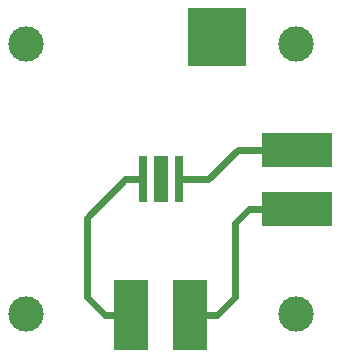
<source format=gtl>
G04*
G04 #@! TF.GenerationSoftware,Altium Limited,Altium Designer,18.0.9 (584)*
G04*
G04 Layer_Physical_Order=1*
G04 Layer_Color=255*
%FSLAX44Y44*%
%MOMM*%
G71*
G01*
G75*
%ADD16R,1.3000X4.0000*%
%ADD17R,0.8000X4.0000*%
%ADD18R,6.0000X3.0000*%
%ADD19R,3.0000X6.0000*%
%ADD20C,0.6000*%
%ADD21R,5.0000X5.0000*%
%ADD22C,3.0000*%
D16*
X150000Y150000D02*
D03*
D17*
X165000D02*
D03*
X135000D02*
D03*
D18*
X265000Y125000D02*
D03*
Y175000D02*
D03*
D19*
X175000Y35000D02*
D03*
X125000D02*
D03*
D20*
X225000Y125000D02*
X265000D01*
X212500Y112500D02*
X225000Y125000D01*
X212500Y50000D02*
Y112500D01*
X197500Y35000D02*
X212500Y50000D01*
X87500Y117500D02*
X120000Y150000D01*
X87500Y50000D02*
Y117500D01*
Y50000D02*
X102500Y35000D01*
X120000Y150000D02*
X135000D01*
X102500Y35000D02*
X125000D01*
X175000D02*
X197500D01*
X190000Y150000D02*
X190000Y150000D01*
X165000Y150000D02*
X190000D01*
X215000Y175000D02*
X265000D01*
X190000Y150000D02*
X215000Y175000D01*
D21*
X197500Y270000D02*
D03*
D22*
X264300Y35700D02*
D03*
Y264300D02*
D03*
X35700D02*
D03*
Y35700D02*
D03*
M02*

</source>
